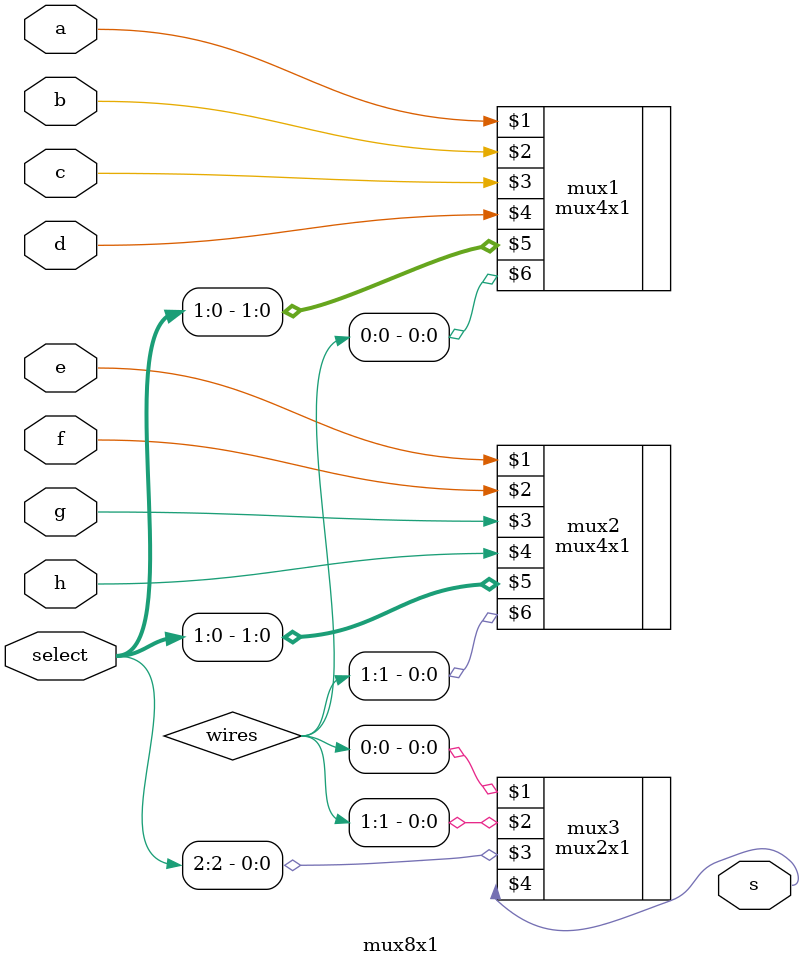
<source format=v>
module mux8x1(input a,b,c,d,e,f,g,h, input [2:0]select, output s);
wire[1:0] wires;
mux4x1 mux1(a,b,c,d,select[1:0],wires[0]);
mux4x1 mux2(e,f,g,h,select[1:0],wires[1]);
mux2x1 mux3(wires[0],wires[1],select[2],s);



endmodule

</source>
